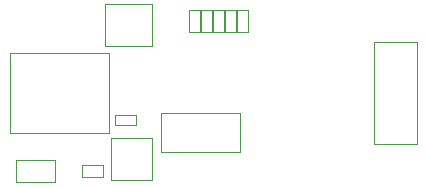
<source format=gbr>
%TF.GenerationSoftware,KiCad,Pcbnew,6.0.4-6f826c9f35~116~ubuntu21.10.1*%
%TF.CreationDate,2022-04-05T23:43:51+08:00*%
%TF.ProjectId,ST_Link_V2.1,53545f4c-696e-46b5-9f56-322e312e6b69,rev?*%
%TF.SameCoordinates,Original*%
%TF.FileFunction,Other,User*%
%FSLAX46Y46*%
G04 Gerber Fmt 4.6, Leading zero omitted, Abs format (unit mm)*
G04 Created by KiCad (PCBNEW 6.0.4-6f826c9f35~116~ubuntu21.10.1) date 2022-04-05 23:43:51*
%MOMM*%
%LPD*%
G01*
G04 APERTURE LIST*
%ADD10C,0.050000*%
G04 APERTURE END LIST*
D10*
%TO.C,J2*%
X87862000Y-79734000D02*
X91462000Y-79734000D01*
X91462000Y-88384000D02*
X87862000Y-88384000D01*
X87862000Y-88384000D02*
X87862000Y-79734000D01*
X91462000Y-79734000D02*
X91462000Y-88384000D01*
%TO.C,C9*%
X65892000Y-85900000D02*
X65892000Y-86820000D01*
X67712000Y-86820000D02*
X67712000Y-85900000D01*
X65892000Y-86820000D02*
X67712000Y-86820000D01*
X67712000Y-85900000D02*
X65892000Y-85900000D01*
%TO.C,F1*%
X57502000Y-89728000D02*
X57502000Y-91628000D01*
X60862000Y-89728000D02*
X57502000Y-89728000D01*
X57502000Y-91628000D02*
X60862000Y-91628000D01*
X60862000Y-91628000D02*
X60862000Y-89728000D01*
%TO.C,Q1*%
X65610000Y-87912000D02*
X65610000Y-91412000D01*
X69010000Y-87912000D02*
X65610000Y-87912000D01*
X65610000Y-91412000D02*
X69010000Y-91412000D01*
X69010000Y-91412000D02*
X69010000Y-87912000D01*
%TO.C,R9*%
X63078000Y-91148000D02*
X64938000Y-91148000D01*
X64938000Y-91148000D02*
X64938000Y-90208000D01*
X64938000Y-90208000D02*
X63078000Y-90208000D01*
X63078000Y-90208000D02*
X63078000Y-91148000D01*
%TO.C,R14*%
X73190000Y-78908000D02*
X74130000Y-78908000D01*
X74130000Y-78908000D02*
X74130000Y-77048000D01*
X73190000Y-77048000D02*
X73190000Y-78908000D01*
X74130000Y-77048000D02*
X73190000Y-77048000D01*
%TO.C,R16*%
X73114000Y-78908000D02*
X73114000Y-77048000D01*
X72174000Y-77048000D02*
X72174000Y-78908000D01*
X72174000Y-78908000D02*
X73114000Y-78908000D01*
X73114000Y-77048000D02*
X72174000Y-77048000D01*
%TO.C,R17*%
X77178000Y-78908000D02*
X77178000Y-77048000D01*
X76238000Y-77048000D02*
X76238000Y-78908000D01*
X76238000Y-78908000D02*
X77178000Y-78908000D01*
X77178000Y-77048000D02*
X76238000Y-77048000D01*
%TO.C,R18*%
X76162000Y-78908000D02*
X76162000Y-77048000D01*
X76162000Y-77048000D02*
X75222000Y-77048000D01*
X75222000Y-77048000D02*
X75222000Y-78908000D01*
X75222000Y-78908000D02*
X76162000Y-78908000D01*
%TO.C,U2*%
X65056000Y-76561000D02*
X65056000Y-80086000D01*
X65056000Y-80086000D02*
X69056000Y-80086000D01*
X69056000Y-76561000D02*
X65056000Y-76561000D01*
X69056000Y-80086000D02*
X69056000Y-76561000D01*
%TO.C,U3*%
X65364000Y-87474000D02*
X65364000Y-80674000D01*
X57064000Y-80674000D02*
X57064000Y-87474000D01*
X65364000Y-80674000D02*
X57064000Y-80674000D01*
X57064000Y-87474000D02*
X65364000Y-87474000D01*
%TO.C,Y1*%
X69777000Y-89026000D02*
X76527000Y-89026000D01*
X76527000Y-85726000D02*
X69777000Y-85726000D01*
X76527000Y-89026000D02*
X76527000Y-85726000D01*
X69777000Y-85726000D02*
X69777000Y-89026000D01*
%TO.C,R15*%
X74206000Y-77048000D02*
X74206000Y-78908000D01*
X75146000Y-78908000D02*
X75146000Y-77048000D01*
X74206000Y-78908000D02*
X75146000Y-78908000D01*
X75146000Y-77048000D02*
X74206000Y-77048000D01*
%TD*%
M02*

</source>
